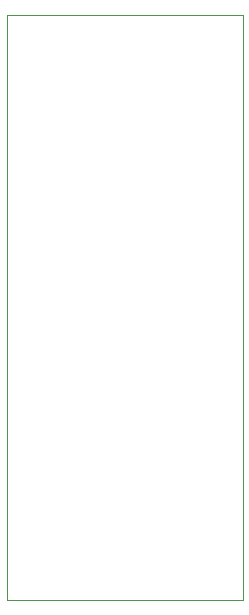
<source format=gbr>
%TF.GenerationSoftware,KiCad,Pcbnew,(6.0.7-1)-1*%
%TF.CreationDate,2023-01-25T15:48:04-08:00*%
%TF.ProjectId,QCard,51436172-642e-46b6-9963-61645f706362,rev?*%
%TF.SameCoordinates,Original*%
%TF.FileFunction,Profile,NP*%
%FSLAX46Y46*%
G04 Gerber Fmt 4.6, Leading zero omitted, Abs format (unit mm)*
G04 Created by KiCad (PCBNEW (6.0.7-1)-1) date 2023-01-25 15:48:04*
%MOMM*%
%LPD*%
G01*
G04 APERTURE LIST*
%TA.AperFunction,Profile*%
%ADD10C,0.100000*%
%TD*%
G04 APERTURE END LIST*
D10*
X104000000Y-50000000D02*
X84000000Y-50000000D01*
X84000000Y-50000000D02*
X84000000Y-99500000D01*
X84000000Y-99500000D02*
X104000000Y-99500000D01*
X104000000Y-99500000D02*
X104000000Y-50000000D01*
M02*

</source>
